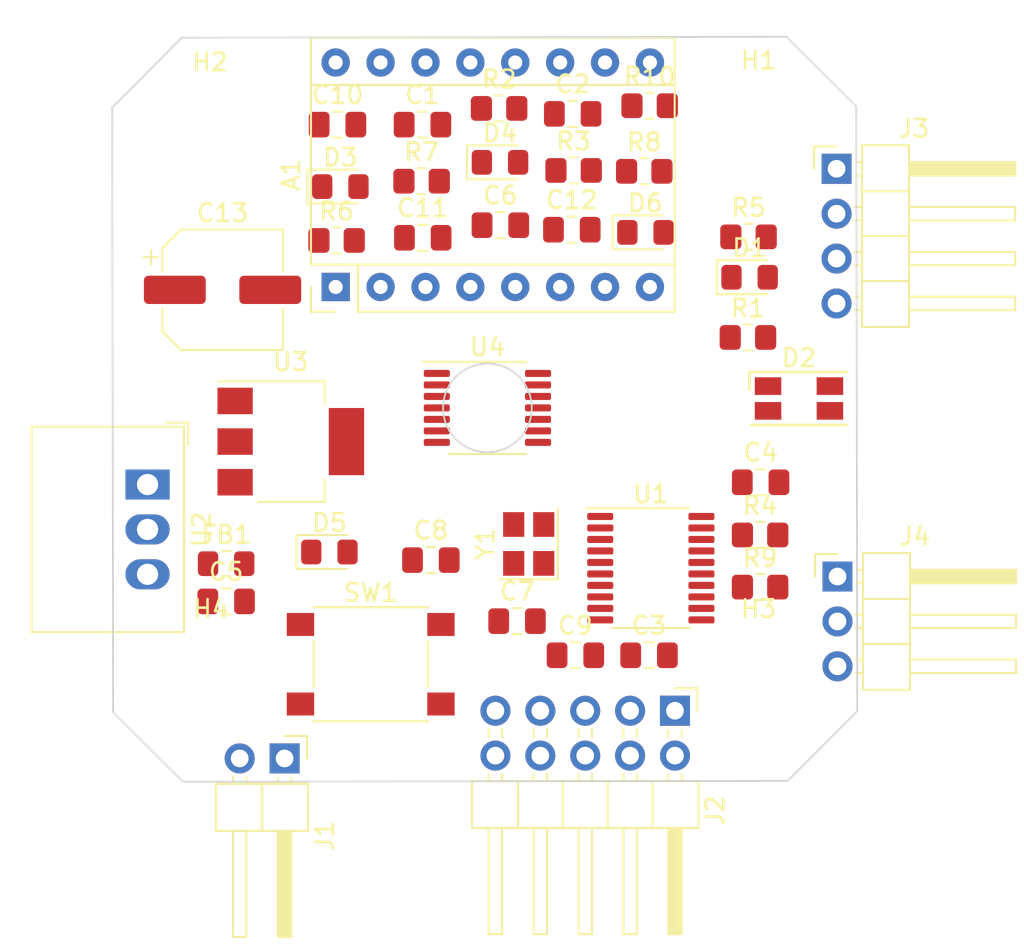
<source format=kicad_pcb>
(kicad_pcb (version 20211014) (generator pcbnew)
  (layers (0 "F.Cu" signal) (31 "B.Cu" signal) (34 "B.Paste" user) (35 "F.Paste" user) (36 "B.SilkS" user "B.Silkscreen") (37 "F.SilkS" user "F.Silkscreen") (38 "B.Mask" user) (39 "F.Mask" user) (44 "Edge.Cuts" user))
  (net 0 "")
  (net 1 "GND")
  (net 2 "Motor Enable")
  (net 3 "Driver Fault")
  (net 4 "+3V3")
  (net 5 "Net-(A1-Pad3)")
  (net 6 "Net-(A1-Pad4)")
  (net 7 "Net-(A1-Pad5)")
  (net 8 "Driver Reset")
  (net 9 "Net-(A1-Pad6)")
  (net 10 "Motor Step")
  (net 11 "Net-(A1-Pad8)")
  (net 12 "Motor Direction")
  (net 13 "Net-(U4-Pad12)")
  (net 14 "VCC")
  (net 15 "+5V")
  (net 16 "Net-(D1-Pad2)")
  (net 17 "Net-(D2-Pad1)")
  (net 18 "Net-(D2-Pad2)")
  (net 19 "Net-(D2-Pad3)")
  (net 20 "Net-(D3-Pad2)")
  (net 21 "Net-(D4-Pad2)")
  (net 22 "Net-(D5-Pad2)")
  (net 23 "Net-(D6-Pad2)")
  (net 24 "Net-(J1-Pad2)")
  (net 25 "SWDIO")
  (net 26 "SWCLK")
  (net 27 "RX")
  (net 28 "TX")
  (net 29 "Net-(U4-Pad4)")
  (net 30 "Net-(U4-Pad2)")
  (net 31 "Net-(U4-Pad1)")
  (net 32 "Control LED")
  (net 33 "Signal Red")
  (net 34 "Signal Green")
  (net 35 "Signal Blue")
  (net 51 "B")
  (net 52 "A")
  (net 57 "Net-(C5-Pad2)")
  (net 58 "Net-(C6-Pad1)")
  (footprint "Connector_PinHeader_2.54mm:PinHeader_1x04_P2.54mm_Horizontal" (layer "F.Cu") (at 167.1258 87.9956)
    (fp_text reference "J3" (at 4.385 -2.27) (layer "F.SilkS"))
    (fp_text value "Motor Out")
    (fp_line (start 10.1 5.46) (end 4.1 5.46) (layer "F.SilkS") (width 0.12))
    (fp_line (start 10.1 2.92) (end 4.1 2.92) (layer "F.SilkS") (width 0.12))
    (fp_line (start -1.27 0) (end -1.27 -1.27) (layer "F.SilkS") (width 0.12))
    (fp_line (start 1.042929 8) (end 1.44 8) (layer "F.SilkS") (width 0.12))
    (fp_line (start 10.1 4.7) (end 10.1 5.46) (layer "F.SilkS") (width 0.12))
    (fp_line (start 4.1 -0.32) (end 10.1 -0.32) (layer "F.SilkS") (width 0.12))
    (fp_line (start 1.042929 5.46) (end 1.44 5.46) (layer "F.SilkS") (width 0.12))
    (fp_line (start 4.1 -1.33) (end 1.44 -1.33) (layer "F.SilkS") (width 0.12))
    (fp_line (start 1.042929 2.92) (end 1.44 2.92) (layer "F.SilkS") (width 0.12))
    (fp_line (start 10.1 7.24) (end 10.1 8) (layer "F.SilkS") (width 0.12))
    (fp_line (start 10.1 2.16) (end 10.1 2.92) (layer "F.SilkS") (width 0.12))
    (fp_line (start 4.1 0.28) (end 10.1 0.28) (layer "F.SilkS") (width 0.12))
    (fp_line (start 1.44 6.35) (end 4.1 6.35) (layer "F.SilkS") (width 0.12))
    (fp_line (start -1.27 -1.27) (end 0 -1.27) (layer "F.SilkS") (width 0.12))
    (fp_line (start 4.1 4.7) (end 10.1 4.7) (layer "F.SilkS") (width 0.12))
    (fp_line (start 4.1 2.16) (end 10.1 2.16) (layer "F.SilkS") (width 0.12))
    (fp_line (start 1.11 0.38) (end 1.44 0.38) (layer "F.SilkS") (width 0.12))
    (fp_line (start 1.042929 7.24) (end 1.44 7.24) (layer "F.SilkS") (width 0.12))
    (fp_line (start 10.1 -0.38) (end 10.1 0.38) (layer "F.SilkS") (width 0.12))
    (fp_line (start 4.1 -0.38) (end 10.1 -0.38) (layer "F.SilkS") (width 0.12))
    (fp_line (start 10.1 0.38) (end 4.1 0.38) (layer "F.SilkS") (width 0.12))
    (fp_line (start 4.1 0.16) (end 10.1 0.16) (layer "F.SilkS") (width 0.12))
    (fp_line (start 1.042929 4.7) (end 1.44 4.7) (layer "F.SilkS") (width 0.12))
    (fp_line (start 1.042929 2.16) (end 1.44 2.16) (layer "F.SilkS") (width 0.12))
    (fp_line (start 1.44 8.95) (end 4.1 8.95) (layer "F.SilkS") (width 0.12))
    (fp_line (start 1.11 -0.38) (end 1.44 -0.38) (layer "F.SilkS") (width 0.12))
    (fp_line (start 1.44 3.81) (end 4.1 3.81) (layer "F.SilkS") (width 0.12))
    (fp_line (start 10.1 8) (end 4.1 8) (layer "F.SilkS") (width 0.12))
    (fp_line (start 4.1 0.04) (end 10.1 0.04) (layer "F.SilkS") (width 0.12))
    (fp_line (start 4.1 -0.08) (end 10.1 -0.08) (layer "F.SilkS") (width 0.12))
    (fp_line (start 4.1 8.95) (end 4.1 -1.33) (layer "F.SilkS") (width 0.12))
    (fp_line (start 4.1 7.24) (end 10.1 7.24) (layer "F.SilkS") (width 0.12))
    (fp_line (start 4.1 -0.2) (end 10.1 -0.2) (layer "F.SilkS") (width 0.12))
    (fp_line (start 1.44 1.27) (end 4.1 1.27) (layer "F.SilkS") (width 0.12))
    (fp_line (start 1.44 -1.33) (end 1.44 8.95) (layer "F.SilkS") (width 0.12))
    (pad "1" thru_hole rect locked (at 0 0) (size 1.7 1.7) (drill 1) (layers *.Cu *.Mask) (net 9 "Net-(A1-Pad6)"))
    (pad "2" thru_hole oval locked (at 0 2.54) (size 1.7 1.7) (drill 1) (layers *.Cu *.Mask) (net 7 "Net-(A1-Pad5)"))
    (pad "3" thru_hole oval locked (at 0 5.08) (size 1.7 1.7) (drill 1) (layers *.Cu *.Mask) (net 5 "Net-(A1-Pad3)"))
    (pad "4" thru_hole oval locked (at 0 7.62) (size 1.7 1.7) (drill 1) (layers *.Cu *.Mask) (net 6 "Net-(A1-Pad4)"))
  )
  (footprint "Button_Switch_SMD:SW_Push_1P1T_NO_6x6mm_H9.5mm" (layer "F.Cu") (at 140.7668 116.0272)
    (fp_text reference "SW1" (at 0 -4.05) (layer "F.SilkS"))
    (fp_text value "SW_Push")
    (fp_line (start -3.23 3.23) (end -3.23 3.2) (layer "F.SilkS") (width 0.12))
    (fp_line (start -3.23 -3.23) (end 3.23 -3.23) (layer "F.SilkS") (width 0.12))
    (fp_line (start -3.23 -1.3) (end -3.23 1.3) (layer "F.SilkS") (width 0.12))
    (fp_line (start -3.23 3.23) (end 3.23 3.23) (layer "F.SilkS") (width 0.12))
    (fp_line (start 3.23 -3.23) (end 3.23 -3.2) (layer "F.SilkS") (width 0.12))
    (fp_line (start 3.23 -1.3) (end 3.23 1.3) (layer "F.SilkS") (width 0.12))
    (fp_line (start 3.23 3.23) (end 3.23 3.2) (layer "F.SilkS") (width 0.12))
    (fp_line (start -3.23 -3.2) (end -3.23 -3.23) (layer "F.SilkS") (width 0.12))
    (pad "1" smd rect locked (at -3.975 -2.25) (size 1.55 1.3) (layers "F.Cu" "F.Paste" "F.Mask") (net 1 "GND"))
    (pad "1" smd rect locked (at 3.975 -2.25) (size 1.55 1.3) (layers "F.Cu" "F.Paste" "F.Mask") (net 1 "GND"))
    (pad "2" smd rect locked (at -3.975 2.25) (size 1.55 1.3) (layers "F.Cu" "F.Paste" "F.Mask") (net 8 "Driver Reset"))
    (pad "2" smd rect locked (at 3.975 2.25) (size 1.55 1.3) (layers "F.Cu" "F.Paste" "F.Mask") (net 8 "Driver Reset"))
  )
  (footprint "Capacitor_SMD:C_0805_2012Metric_Pad1.18x1.45mm_HandSolder" (layer "F.Cu") (at 138.8872 85.4964)
    (fp_text reference "C10" (at 0 -1.68) (layer "F.SilkS"))
    (fp_text value "0.1uF")
    (fp_line (start -0.261252 0.735) (end 0.261252 0.735) (layer "F.SilkS") (width 0.12))
    (fp_line (start -0.261252 -0.735) (end 0.261252 -0.735) (layer "F.SilkS") (width 0.12))
    (pad "1" smd roundrect locked (at -1.0375 0) (size 1.175 1.45) (layers "F.Cu" "F.Paste" "F.Mask") (roundrect_rratio 0.212766) (net 15 "+5V"))
    (pad "2" smd roundrect locked (at 1.0375 0) (size 1.175 1.45) (layers "F.Cu" "F.Paste" "F.Mask") (roundrect_rratio 0.212766) (net 1 "GND"))
  )
  (footprint "LED_SMD:LED_0805_2012Metric_Pad1.15x1.40mm_HandSolder" (layer "F.Cu") (at 139.0486 89.0016)
    (fp_text reference "D3" (at 0 -1.65) (layer "F.SilkS"))
    (fp_text value "LED_Small")
    (fp_line (start -1.86 -0.96) (end -1.86 0.96) (layer "F.SilkS") (width 0.12))
    (fp_line (start 1 -0.96) (end -1.86 -0.96) (layer "F.SilkS") (width 0.12))
    (fp_line (start -1.86 0.96) (end 1 0.96) (layer "F.SilkS") (width 0.12))
    (pad "1" smd roundrect locked (at -1.025 0) (size 1.15 1.4) (layers "F.Cu" "F.Paste" "F.Mask") (roundrect_rratio 0.217391) (net 1 "GND"))
    (pad "2" smd roundrect locked (at 1.025 0) (size 1.15 1.4) (layers "F.Cu" "F.Paste" "F.Mask") (roundrect_rratio 0.217391) (net 20 "Net-(D3-Pad2)"))
  )
  (footprint "Capacitor_SMD:C_0805_2012Metric_Pad1.18x1.45mm_HandSolder" (layer "F.Cu") (at 162.828 105.732)
    (fp_text reference "C4" (at 0 -1.68) (layer "F.SilkS"))
    (fp_text value "0.1uF")
    (fp_line (start -0.261252 -0.735) (end 0.261252 -0.735) (layer "F.SilkS") (width 0.12))
    (fp_line (start -0.261252 0.735) (end 0.261252 0.735) (layer "F.SilkS") (width 0.12))
    (pad "1" smd roundrect locked (at -1.0375 0) (size 1.175 1.45) (layers "F.Cu" "F.Paste" "F.Mask") (roundrect_rratio 0.212766) (net 8 "Driver Reset"))
    (pad "2" smd roundrect locked (at 1.0375 0) (size 1.175 1.45) (layers "F.Cu" "F.Paste" "F.Mask") (roundrect_rratio 0.212766) (net 1 "GND"))
  )
  (footprint "MountingHole:MountingHole_3.2mm_M3" (layer "F.Cu") (at 131.7244 117.094)
    (fp_text reference "H4" (at 0 -4.2) (layer "F.SilkS"))
    (fp_text value "MountingHole")
    (pad "" np_thru_hole circle locked (at 0 0) (size 3.2 3.2) (drill 3.2) (layers *.Cu *.Mask))
  )
  (footprint "Connector_PinHeader_2.54mm:PinHeader_2x05_P2.54mm_Horizontal" (layer "F.Cu") (at 157.983 118.6576 -90)
    (fp_text reference "J2" (at 5.655 -2.27 90) (layer "F.SilkS"))
    (fp_text value "ARM-JTAG/SWD_10")
    (fp_line (start 12.64 10.54) (end 6.64 10.54) (layer "F.SilkS") (width 0.12))
    (fp_line (start 3.582929 2.16) (end 3.98 2.16) (layer "F.SilkS") (width 0.12))
    (fp_line (start 1.11 -0.38) (end 1.497071 -0.38) (layer "F.SilkS") (width 0.12))
    (fp_line (start 6.64 -1.33) (end 3.98 -1.33) (layer "F.SilkS") (width 0.12))
    (fp_line (start 6.64 -0.38) (end 12.64 -0.38) (layer "F.SilkS") (width 0.12))
    (fp_line (start 1.042929 2.16) (end 1.497071 2.16) (layer "F.SilkS") (width 0.12))
    (fp_line (start 6.64 11.49) (end 6.64 -1.33) (layer "F.SilkS") (width 0.12))
    (fp_line (start 12.64 -0.38) (end 12.64 0.38) (layer "F.SilkS") (width 0.12))
    (fp_line (start 1.042929 7.24) (end 1.497071 7.24) (layer "F.SilkS") (width 0.12))
    (fp_line (start 3.582929 8) (end 3.98 8) (layer "F.SilkS") (width 0.12))
    (fp_line (start 3.582929 9.78) (end 3.98 9.78) (layer "F.SilkS") (width 0.12))
    (fp_line (start 3.582929 -0.38) (end 3.98 -0.38) (layer "F.SilkS") (width 0.12))
    (fp_line (start 1.042929 9.78) (end 1.497071 9.78) (layer "F.SilkS") (width 0.12))
    (fp_line (start 12.64 8) (end 6.64 8) (layer "F.SilkS") (width 0.12))
    (fp_line (start 6.64 2.16) (end 12.64 2.16) (layer "F.SilkS") (width 0.12))
    (fp_line (start 6.64 -0.08) (end 12.64 -0.08) (layer "F.SilkS") (width 0.12))
    (fp_line (start 3.582929 0.38) (end 3.98 0.38) (layer "F.SilkS") (width 0.12))
    (fp_line (start -1.27 0) (end -1.27 -1.27) (layer "F.SilkS") (width 0.12))
    (fp_line (start 12.64 0.38) (end 6.64 0.38) (layer "F.SilkS") (width 0.12))
    (fp_line (start 6.64 0.28) (end 12.64 0.28) (layer "F.SilkS") (width 0.12))
    (fp_line (start 1.042929 4.7) (end 1.497071 4.7) (layer "F.SilkS") (width 0.12))
    (fp_line (start 6.64 7.24) (end 12.64 7.24) (layer "F.SilkS") (width 0.12))
    (fp_line (start 3.98 6.35) (end 6.64 6.35) (layer "F.SilkS") (width 0.12))
    (fp_line (start 1.042929 8) (end 1.497071 8) (layer "F.SilkS") (width 0.12))
    (fp_line (start 1.11 0.38) (end 1.497071 0.38) (layer "F.SilkS") (width 0.12))
    (fp_line (start 3.582929 4.7) (end 3.98 4.7) (layer "F.SilkS") (width 0.12))
    (fp_line (start 12.64 2.16) (end 12.64 2.92) (layer "F.SilkS") (width 0.12))
    (fp_line (start 3.98 11.49) (end 6.64 11.49) (layer "F.SilkS") (width 0.12))
    (fp_line (start 12.64 2.92) (end 6.64 2.92) (layer "F.SilkS") (width 0.12))
    (fp_line (start 6.64 0.04) (end 12.64 0.04) (layer "F.SilkS") (width 0.12))
    (fp_line (start 12.64 5.46) (end 6.64 5.46) (layer "F.SilkS") (width 0.12))
    (fp_line (start 3.98 8.89) (end 6.64 8.89) (layer "F.SilkS") (width 0.12))
    (fp_line (start 12.64 7.24) (end 12.64 8) (layer "F.SilkS") (width 0.12))
    (fp_line (start 12.64 9.78) (end 12.64 10.54) (layer "F.SilkS") (width 0.12))
    (fp_line (start 12.64 4.7) (end 12.64 5.46) (layer "F.SilkS") (width 0.12))
    (fp_line (start 3.582929 2.92) (end 3.98 2.92) (layer "F.SilkS") (width 0.12))
    (fp_line (start 1.042929 10.54) (end 1.497071 10.54) (layer "F.SilkS") (width 0.12))
    (fp_line (start 6.64 0.16) (end 12.64 0.16) (layer "F.SilkS") (width 0.12))
    (fp_line (start 6.64 9.78) (end 12.64 9.78) (layer "F.SilkS") (width 0.12))
    (fp_line (start 3.98 1.27) (end 6.64 1.27) (layer "F.SilkS") (width 0.12))
    (fp_line (start 6.64 -0.32) (end 12.64 -0.32) (layer "F.SilkS") (width 0.12))
    (fp_line (start 1.042929 5.46) (end 1.497071 5.46) (layer "F.SilkS") (width 0.12))
    (fp_line (start 6.64 4.7) (end 12.64 4.7) (layer "F.SilkS") (width 0.12))
    (fp_line (start 3.582929 5.46) (end 3.98 5.46) (layer "F.SilkS") (width 0.12))
    (fp_line (start 3.582929 10.54) (end 3.98 10.54) (layer "F.SilkS") (width 0.12))
    (fp_line (start 3.98 3.81) (end 6.64 3.81) (layer "F.SilkS") (width 0.12))
    (fp_line (start 3.582929 7.24) (end 3.98 7.24) (layer "F.SilkS") (width 0.12))
    (fp_line (start 3.98 -1.33) (end 3.98 11.49) (layer "F.SilkS") (width 0.12))
    (fp_line (start -1.27 -1.27) (end 0 -1.27) (layer "F.SilkS") (width 0.12))
    (fp_line (start 1.042929 2.92) (end 1.497071 2.92) (layer "F.SilkS") (width 0.12))
    (fp_line (start 6.64 -0.2) (end 12.64 -0.2) (layer "F.SilkS") (width 0.12))
    (pad "1" thru_hole rect locked (at 0 0 270) (size 1.7 1.7) (drill 1) (layers *.Cu *.Mask) (net 4 "+3V3"))
    (pad "2" thru_hole oval locked (at 2.54 0 270) (size 1.7 1.7) (drill 1) (layers *.Cu *.Mask) (net 25 "SWDIO"))
    (pad "3" thru_hole oval locked (at 0 2.54 270) (size 1.7 1.7) (drill 1) (layers *.Cu *.Mask) (net 1 "GND"))
    (pad "4" thru_hole oval locked (at 2.54 2.54 270) (size 1.7 1.7) (drill 1) (layers *.Cu *.Mask) (net 26 "SWCLK"))
    (pad "5" thru_hole oval locked (at 0 5.08 270) (size 1.7 1.7) (drill 1) (layers *.Cu *.Mask) (net 1 "GND"))
    (pad "6" thru_hole oval locked (at 2.54 5.08 270) (size 1.7 1.7) (drill 1) (layers *.Cu *.Mask))
    (pad "7" thru_hole oval locked (at 0 7.62 270) (size 1.7 1.7) (drill 1) (layers *.Cu *.Mask))
    (pad "8" thru_hole oval locked (at 2.54 7.62 270) (size 1.7 1.7) (drill 1) (layers *.Cu *.Mask))
    (pad "9" thru_hole oval locked (at 0 10.16 270) (size 1.7 1.7) (drill 1) (layers *.Cu *.Mask) (net 1 "GND"))
    (pad "10" thru_hole oval locked (at 2.54 10.16 270) (size 1.7 1.7) (drill 1) (layers *.Cu *.Mask))
  )
  (footprint "Resistor_SMD:R_0805_2012Metric_Pad1.20x1.40mm_HandSolder" (layer "F.Cu") (at 152.2476 88.0872)
    (fp_text reference "R3" (at 0 -1.65) (layer "F.SilkS"))
    (fp_text value "10K")
    (fp_line (start -0.227064 0.735) (end 0.227064 0.735) (layer "F.SilkS") (width 0.12))
    (fp_line (start -0.227064 -0.735) (end 0.227064 -0.735) (layer "F.SilkS") (width 0.12))
    (pad "1" smd roundrect locked (at -1 0) (size 1.2 1.4) (layers "F.Cu" "F.Paste" "F.Mask") (roundrect_rratio 0.208333) (net 15 "+5V"))
    (pad "2" smd roundrect locked (at 1 0) (size 1.2 1.4) (layers "F.Cu" "F.Paste" "F.Mask") (roundrect_rratio 0.208333) (net 31 "Net-(U4-Pad1)"))
  )
  (footprint "Capacitor_SMD:C_0805_2012Metric_Pad1.18x1.45mm_HandSolder" (layer "F.Cu") (at 143.6972 85.4964)
    (fp_text reference "C1" (at 0 -1.68) (layer "F.SilkS"))
    (fp_text value "0.1uF")
    (fp_line (start -0.261252 -0.735) (end 0.261252 -0.735) (layer "F.SilkS") (width 0.12))
    (fp_line (start -0.261252 0.735) (end 0.261252 0.735) (layer "F.SilkS") (width 0.12))
    (pad "1" smd roundrect locked (at -1.0375 0) (size 1.175 1.45) (layers "F.Cu" "F.Paste" "F.Mask") (roundrect_rratio 0.212766) (net 4 "+3V3"))
    (pad "2" smd roundrect locked (at 1.0375 0) (size 1.175 1.45) (layers "F.Cu" "F.Paste" "F.Mask") (roundrect_rratio 0.212766) (net 1 "GND"))
  )
  (footprint "Resistor_SMD:R_0805_2012Metric_Pad1.20x1.40mm_HandSolder" (layer "F.Cu") (at 162.798 108.712)
    (fp_text reference "R4" (at 0 -1.65) (layer "F.SilkS"))
    (fp_text value "100")
    (fp_line (start -0.227064 0.735) (end 0.227064 0.735) (layer "F.SilkS") (width 0.12))
    (fp_line (start -0.227064 -0.735) (end 0.227064 -0.735) (layer "F.SilkS") (width 0.12))
    (pad "1" smd roundrect locked (at -1 0) (size 1.2 1.4) (layers "F.Cu" "F.Paste" "F.Mask") (roundrect_rratio 0.208333) (net 20 "Net-(D3-Pad2)"))
    (pad "2" smd roundrect locked (at 1 0) (size 1.2 1.4) (layers "F.Cu" "F.Paste" "F.Mask") (roundrect_rratio 0.208333) (net 15 "+5V"))
  )
  (footprint "Module:Pololu_Breakout-16_15.2x20.3mm" (layer "F.Cu") (at 138.7856 94.6812 90)
    (fp_text reference "A1" (at 6.35 -2.54 90) (layer "F.SilkS"))
    (fp_text value "Pololu_Breakout_DRV8825")
    (fp_line (start 14.1 -1.4) (end 1.27 -1.4) (layer "F.SilkS") (width 0.12))
    (fp_line (start 14.1 19.18) (end 14.1 -1.4) (layer "F.SilkS") (width 0.12))
    (fp_line (start -1.4 -1.4) (end -1.4 0) (layer "F.SilkS") (width 0.12))
    (fp_line (start 1.27 1.27) (end -1.4 1.27) (layer "F.SilkS") (width 0.12))
    (fp_line (start 0 -1.4) (end -1.4 -1.4) (layer "F.SilkS") (width 0.12))
    (fp_line (start -1.4 19.18) (end 14.1 19.18) (layer "F.SilkS") (width 0.12))
    (fp_line (start 1.27 -1.4) (end 1.27 1.27) (layer "F.SilkS") (width 0.12))
    (fp_line (start 1.27 1.27) (end 1.27 19.18) (layer "F.SilkS") (width 0.12))
    (fp_line (start 11.43 -1.4) (end 11.43 19.18) (layer "F.SilkS") (width 0.12))
    (fp_line (start -1.4 1.27) (end -1.4 19.18) (layer "F.SilkS") (width 0.12))
    (pad "1" thru_hole rect locked (at 0 0 90) (size 1.6 1.6) (drill 0.8) (layers *.Cu *.Mask) (net 1 "GND"))
    (pad "2" thru_hole oval locked (at 0 2.54 90) (size 1.6 1.6) (drill 0.8) (layers *.Cu *.Mask) (net 3 "Driver Fault"))
    (pad "3" thru_hole oval locked (at 0 5.08 90) (size 1.6 1.6) (drill 0.8) (layers *.Cu *.Mask) (net 5 "Net-(A1-Pad3)"))
    (pad "4" thru_hole oval locked (at 0 7.62 90) (size 1.6 1.6) (drill 0.8) (layers *.Cu *.Mask) (net 6 "Net-(A1-Pad4)"))
    (pad "5" thru_hole oval locked (at 0 10.16 90) (size 1.6 1.6) (drill 0.8) (layers *.Cu *.Mask) (net 7 "Net-(A1-Pad5)"))
    (pad "6" thru_hole oval locked (at 0 12.7 90) (size 1.6 1.6) (drill 0.8) (layers *.Cu *.Mask) (net 9 "Net-(A1-Pad6)"))
    (pad "7" thru_hole oval locked (at 0 15.24 90) (size 1.6 1.6) (drill 0.8) (layers *.Cu *.Mask) (net 1 "GND"))
    (pad "8" thru_hole oval locked (at 0 17.78 90) (size 1.6 1.6) (drill 0.8) (layers *.Cu *.Mask) (net 11 "Net-(A1-Pad8)"))
    (pad "9" thru_hole oval locked (at 12.7 17.78 90) (size 1.6 1.6) (drill 0.8) (layers *.Cu *.Mask) (net 2 "Motor Enable"))
    (pad "10" thru_hole oval locked (at 12.7 15.24 90) (size 1.6 1.6) (drill 0.8) (layers *.Cu *.Mask) (net 4 "+3V3"))
    (pad "11" thru_hole oval locked (at 12.7 12.7 90) (size 1.6 1.6) (drill 0.8) (layers *.Cu *.Mask) (net 4 "+3V3"))
    (pad "12" thru_hole oval locked (at 12.7 10.16 90) (size 1.6 1.6) (drill 0.8) (layers *.Cu *.Mask) (net 1 "GND"))
    (pad "13" thru_hole oval locked (at 12.7 7.62 90) (size 1.6 1.6) (drill 0.8) (layers *.Cu *.Mask) (net 8 "Driver Reset"))
    (pad "14" thru_hole oval locked (at 12.7 5.08 90) (size 1.6 1.6) (drill 0.8) (layers *.Cu *.Mask) (net 4 "+3V3"))
    (pad "15" thru_hole oval locked (at 12.7 2.54 90) (size 1.6 1.6) (drill 0.8) (layers *.Cu *.Mask) (net 10 "Motor Step"))
    (pad "16" thru_hole oval locked (at 12.7 0 90) (size 1.6 1.6) (drill 0.8) (layers *.Cu *.Mask) (net 12 "Motor Direction"))
  )
  (footprint "Connector_PinHeader_2.54mm:PinHeader_1x03_P2.54mm_Horizontal" (layer "F.Cu") (at 167.1766 111.0638)
    (fp_text reference "J4" (at 4.385 -2.27) (layer "F.SilkS"))
    (fp_text value "Serial Out")
    (fp_line (start 10.1 0.38) (end 4.1 0.38) (layer "F.SilkS") (width 0.12))
    (fp_line (start 1.11 0.38) (end 1.44 0.38) (layer "F.SilkS") (width 0.12))
    (fp_line (start -1.27 0) (end -1.27 -1.27) (layer "F.SilkS") (width 0.12))
    (fp_line (start 4.1 -0.08) (end 10.1 -0.08) (layer "F.SilkS") (width 0.12))
    (fp_line (start 4.1 0.04) (end 10.1 0.04) (layer "F.SilkS") (width 0.12))
    (fp_line (start 1.44 3.81) (end 4.1 3.81) (layer "F.SilkS") (width 0.12))
    (fp_line (start 4.1 -0.32) (end 10.1 -0.32) (layer "F.SilkS") (width 0.12))
    (fp_line (start 1.042929 4.7) (end 1.44 4.7) (layer "F.SilkS") (width 0.12))
    (fp_line (start 1.11 -0.38) (end 1.44 -0.38) (layer "F.SilkS") (width 0.12))
    (fp_line (start 10.1 2.92) (end 4.1 2.92) (layer "F.SilkS") (width 0.12))
    (fp_line (start 4.1 -0.2) (end 10.1 -0.2) (layer "F.SilkS") (width 0.12))
    (fp_line (start 4.1 -0.38) (end 10.1 -0.38) (layer "F.SilkS") (width 0.12))
    (fp_line (start 10.1 2.16) (end 10.1 2.92) (layer "F.SilkS") (width 0.12))
    (fp_line (start 1.042929 5.46) (end 1.44 5.46) (layer "F.SilkS") (width 0.12))
    (fp_line (start 1.44 -1.33) (end 1.44 6.41) (layer "F.SilkS") (width 0.12))
    (fp_line (start 4.1 -1.33) (end 1.44 -1.33) (layer "F.SilkS") (width 0.12))
    (fp_line (start -1.27 -1.27) (end 0 -1.27) (layer "F.SilkS") (width 0.12))
    (fp_line (start 4.1 0.16) (end 10.1 0.16) (layer "F.SilkS") (width 0.12))
    (fp_line (start 10.1 4.7) (end 10.1 5.46) (layer "F.SilkS") (width 0.12))
    (fp_line (start 1.042929 2.92) (end 1.44 2.92) (layer "F.SilkS") (width 0.12))
    (fp_line (start 4.1 0.28) (end 10.1 0.28) (layer "F.SilkS") (width 0.12))
    (fp_line (start 10.1 5.46) (end 4.1 5.46) (layer "F.SilkS") (width 0.12))
    (fp_line (start 1.042929 2.16) (end 1.44 2.16) (layer "F.SilkS") (width 0.12))
    (fp_line (start 4.1 2.16) (end 10.1 2.16) (layer "F.SilkS") (width 0.12))
    (fp_line (start 4.1 4.7) (end 10.1 4.7) (layer "F.SilkS") (width 0.12))
    (fp_line (start 1.44 6.41) (end 4.1 6.41) (layer "F.SilkS") (width 0.12))
    (fp_line (start 4.1 6.41) (end 4.1 -1.33) (layer "F.SilkS") (width 0.12))
    (fp_line (start 1.44 1.27) (end 4.1 1.27) (layer "F.SilkS") (width 0.12))
    (fp_line (start 10.1 -0.38) (end 10.1 0.38) (layer "F.SilkS") (width 0.12))
    (pad "1" thru_hole rect locked (at 0 0) (size 1.7 1.7) (drill 1) (layers *.Cu *.Mask) (net 27 "RX"))
    (pad "2" thru_hole oval locked (at 0 2.54) (size 1.7 1.7) (drill 1) (layers *.Cu *.Mask) (net 28 "TX"))
    (pad "3" thru_hole oval locked (at 0 5.08) (size 1.7 1.7) (drill 1) (layers *.Cu *.Mask) (net 1 "GND"))
  )
  (footprint "MountingHole:MountingHole_3.2mm_M3" (layer "F.Cu") (at 162.7124 117.094)
    (fp_text reference "H3" (at 0 -4.2) (layer "F.SilkS"))
    (fp_text value "MountingHole")
    (pad "" np_thru_hole circle locked (at 0 0) (size 3.2 3.2) (drill 3.2) (layers *.Cu *.Mask))
  )
  (footprint "Capacitor_SMD:C_0805_2012Metric_Pad1.18x1.45mm_HandSolder" (layer "F.Cu") (at 149.0472 113.5888)
    (fp_text reference "C7" (at 0 -1.68) (layer "F.SilkS"))
    (fp_text value "1uF")
    (fp_line (start -0.261252 0.735) (end 0.261252 0.735) (layer "F.SilkS") (width 0.12))
    (fp_line (start -0.261252 -0.735) (end 0.261252 -0.735) (layer "F.SilkS") (width 0.12))
    (pad "1" smd roundrect locked (at -1.0375 0) (size 1.175 1.45) (layers "F.Cu" "F.Paste" "F.Mask") (roundrect_rratio 0.212766) (net 13 "Net-(U4-Pad12)"))
    (pad "2" smd roundrect locked (at 1.0375 0) (size 1.175 1.45) (layers "F.Cu" "F.Paste" "F.Mask") (roundrect_rratio 0.212766) (net 1 "GND"))
  )
  (footprint "Resistor_SMD:R_0805_2012Metric_Pad1.20x1.40mm_HandSolder" (layer "F.Cu") (at 162.798 111.662)
    (fp_text reference "R9" (at 0 -1.65) (layer "F.SilkS"))
    (fp_text value "470")
    (fp_line (start -0.227064 0.735) (end 0.227064 0.735) (layer "F.SilkS") (width 0.12))
    (fp_line (start -0.227064 -0.735) (end 0.227064 -0.735) (layer "F.SilkS") (width 0.12))
    (pad "1" smd roundrect locked (at -1 0) (size 1.2 1.4) (layers "F.Cu" "F.Paste" "F.Mask") (roundrect_rratio 0.208333) (net 18 "Net-(D2-Pad2)"))
    (pad "2" smd roundrect locked (at 1 0) (size 1.2 1.4) (layers "F.Cu" "F.Paste" "F.Mask") (roundrect_rratio 0.208333) (net 34 "Signal Green"))
  )
  (footprint "Resistor_SMD:R_0805_2012Metric_Pad1.20x1.40mm_HandSolder" (layer "F.Cu") (at 143.6464 88.6968)
    (fp_text reference "R7" (at 0 -1.65) (layer "F.SilkS"))
    (fp_text value "470")
    (fp_line (start -0.227064 0.735) (end 0.227064 0.735) (layer "F.SilkS") (width 0.12))
    (fp_line (start -0.227064 -0.735) (end 0.227064 -0.735) (layer "F.SilkS") (width 0.12))
    (pad "1" smd roundrect locked (at -1 0) (size 1.2 1.4) (layers "F.Cu" "F.Paste" "F.Mask") (roundrect_rratio 0.208333) (net 23 "Net-(D6-Pad2)"))
    (pad "2" smd roundrect locked (at 1 0) (size 1.2 1.4) (layers "F.Cu" "F.Paste" "F.Mask") (roundrect_rratio 0.208333) (net 32 "Control LED"))
  )
  (footprint "Package_SO:TSSOP-14_4.4x5mm_P0.65mm" (layer "F.Cu") (at 147.3708 101.5238)
    (fp_text reference "U4" (at 0 -3.45) (layer "F.SilkS"))
    (fp_text value "AS5047D")
    (fp_line (start 0 -2.61) (end 2.2 -2.61) (layer "F.SilkS") (width 0.12))
    (fp_line (start 0 -2.61) (end -3.6 -2.61) (layer "F.SilkS") (width 0.12))
    (fp_line (start 0 2.61) (end -2.2 2.61) (layer "F.SilkS") (width 0.12))
    (fp_line (start 0 2.61) (end 2.2 2.61) (layer "F.SilkS") (width 0.12))
    (pad "1" smd roundrect locked (at -2.8625 -1.95) (size 1.475 0.4) (layers "F.Cu" "F.Paste" "F.Mask") (net 31 "Net-(U4-Pad1)"))
    (pad "2" smd roundrect locked (at -2.8625 -1.3) (size 1.475 0.4) (layers "F.Cu" "F.Paste" "F.Mask") (net 30 "Net-(U4-Pad2)"))
    (pad "3" smd roundrect locked (at -2.8625 -0.65) (size 1.475 0.4) (layers "F.Cu" "F.Paste" "F.Mask"))
    (pad "4" smd roundrect locked (at -2.8625 0) (size 1.475 0.4) (layers "F.Cu" "F.Paste" "F.Mask") (net 29 "Net-(U4-Pad4)"))
    (pad "5" smd roundrect locked (at -2.8625 0.65) (size 1.475 0.4) (layers "F.Cu" "F.Paste" "F.Mask") (net 1 "GND"))
    (pad "6" smd roundrect locked (at -2.8625 1.3) (size 1.475 0.4) (layers "F.Cu" "F.Paste" "F.Mask") (net 51 "B"))
    (pad "7" smd roundrect locked (at -2.8625 1.95) (size 1.475 0.4) (layers "F.Cu" "F.Paste" "F.Mask") (net 52 "A"))
    (pad "8" smd roundrect locked (at 2.8625 1.95) (size 1.475 0.4) (layers "F.Cu" "F.Paste" "F.Mask"))
    (pad "9" smd roundrect locked (at 2.8625 1.3) (size 1.475 0.4) (layers "F.Cu" "F.Paste" "F.Mask"))
    (pad "10" smd roundrect locked (at 2.8625 0.65) (size 1.475 0.4) (layers "F.Cu" "F.Paste" "F.Mask"))
    (pad "11" smd roundrect locked (at 2.8625 0) (size 1.475 0.4) (layers "F.Cu" "F.Paste" "F.Mask") (net 15 "+5V"))
    (pad "12" smd roundrect locked (at 2.8625 -0.65) (size 1.475 0.4) (layers "F.Cu" "F.Paste" "F.Mask") (net 13 "Net-(U4-Pad12)"))
    (pad "13" smd roundrect locked (at 2.8625 -1.3) (size 1.475 0.4) (layers "F.Cu" "F.Paste" "F.Mask") (net 1 "GND"))
    (pad "14" smd roundrect locked (at 2.8625 -1.95) (size 1.475 0.4) (layers "F.Cu" "F.Paste" "F.Mask"))
  )
  (footprint "Package_TO_SOT_SMD:SOT-223-3_TabPin2" (layer "F.Cu") (at 136.2456 103.4288)
    (fp_text reference "U3" (at 0 -4.5) (layer "F.SilkS"))
    (fp_text value "AMS1117-3.3")
    (fp_line (start -1.85 3.41) (end 1.91 3.41) (layer "F.SilkS") (width 0.12))
    (fp_line (start -4.1 -3.41) (end 1.91 -3.41) (layer "F.SilkS") (width 0.12))
    (fp_line (start 1.91 -3.41) (end 1.91 -2.15) (layer "F.SilkS") (width 0.12))
    (fp_line (start 1.91 3.41) (end 1.91 2.15) (layer "F.SilkS") (width 0.12))
    (pad "1" smd rect locked (at -3.15 -2.3) (size 2 1.5) (layers "F.Cu" "F.Paste" "F.Mask") (net 1 "GND"))
    (pad "2" smd rect locked (at -3.15 0) (size 2 1.5) (layers "F.Cu" "F.Paste" "F.Mask") (net 4 "+3V3"))
    (pad "2" smd rect locked (at 3.15 0) (size 2 3.8) (layers "F.Cu" "F.Paste" "F.Mask") (net 4 "+3V3"))
    (pad "3" smd rect locked (at -3.15 2.3) (size 2 1.5) (layers "F.Cu" "F.Paste" "F.Mask") (net 15 "+5V"))
  )
  (footprint "MountingHole:MountingHole_3.2mm_M3" (layer "F.Cu") (at 162.7124 86.0552)
    (fp_text reference "H1" (at 0 -4.2) (layer "F.SilkS"))
    (fp_text value "MountingHole")
    (pad "" np_thru_hole circle locked (at 0 0) (size 3.2 3.2) (drill 3.2) (layers *.Cu *.Mask))
  )
  (footprint "Package_SO:TSSOP-20_4.4x6.5mm_P0.65mm" (layer "F.Cu") (at 156.6164 110.5916)
    (fp_text reference "U1" (at 0 -4.2) (layer "F.SilkS"))
    (fp_text value "STM32L011F4Px")
    (fp_line (start 0 3.385) (end 2.2 3.385) (layer "F.SilkS") (width 0.12))
    (fp_line (start 0 3.385) (end -2.2 3.385) (layer "F.SilkS") (width 0.12))
    (fp_line (start 0 -3.385) (end 2.2 -3.385) (layer "F.SilkS") (width 0.12))
    (fp_line (start 0 -3.385) (end -3.6 -3.385) (layer "F.SilkS") (width 0.12))
    (pad "1" smd roundrect locked (at -2.8625 -2.925) (size 1.475 0.4) (layers "F.Cu" "F.Paste" "F.Mask"))
    (pad "2" smd roundrect locked (at -2.8625 -2.275) (size 1.475 0.4) (layers "F.Cu" "F.Paste" "F.Mask") (net 57 "Net-(C5-Pad2)"))
    (pad "3" smd roundrect locked (at -2.8625 -1.625) (size 1.475 0.4) (layers "F.Cu" "F.Paste" "F.Mask") (net 58 "Net-(C6-Pad1)"))
    (pad "4" smd roundrect locked (at -2.8625 -0.975) (size 1.475 0.4) (layers "F.Cu" "F.Paste" "F.Mask") (net 8 "Driver Reset"))
    (pad "5" smd roundrect locked (at -2.8625 -0.325) (size 1.475 0.4) (layers "F.Cu" "F.Paste" "F.Mask") (net 4 "+3V3"))
    (pad "6" smd roundrect locked (at -2.8625 0.325) (size 1.475 0.4) (layers "F.Cu" "F.Paste" "F.Mask"))
    (pad "7" smd roundrect locked (at -2.8625 0.975) (size 1.475 0.4) (layers "F.Cu" "F.Paste" "F.Mask"))
    (pad "8" smd roundrect locked (at -2.8625 1.625) (size 1.475 0.4) (layers "F.Cu" "F.Paste" "F.Mask"))
    (pad "9" smd roundrect locked (at -2.8625 2.275) (size 1.475 0.4) (layers "F.Cu" "F.Paste" "F.Mask"))
    (pad "10" smd roundrect locked (at -2.8625 2.925) (size 1.475 0.4) (layers "F.Cu" "F.Paste" "F.Mask"))
    (pad "11" smd roundrect locked (at 2.8625 2.925) (size 1.475 0.4) (layers "F.Cu" "F.Paste" "F.Mask"))
    (pad "12" smd roundrect locked (at 2.8625 2.275) (size 1.475 0.4) (layers "F.Cu" "F.Paste" "F.Mask"))
    (pad "13" smd roundrect locked (at 2.8625 1.625) (size 1.475 0.4) (layers "F.Cu" "F.Paste" "F.Mask"))
    (pad "14" smd roundrect locked (at 2.8625 0.975) (size 1.475 0.4) (layers "F.Cu" "F.Paste" "F.Mask"))
    (pad "15" smd roundrect locked (at 2.8625 0.325) (size 1.475 0.4) (layers "F.Cu" "F.Paste" "F.Mask") (net 1 "GND"))
    (pad "16" smd roundrect locked (at 2.8625 -0.325) (size 1.475 0.4) (layers "F.Cu" "F.Paste" "F.Mask") (net 4 "+3V3"))
    (pad "17" smd roundrect locked (at 2.8625 -0.975) (size 1.475 0.4) (layers "F.Cu" "F.Paste" "F.Mask"))
    (pad "18" smd roundrect locked (at 2.8625 -1.625) (size 1.475 0.4) (layers "F.Cu" "F.Paste" "F.Mask"))
    (pad "19" smd roundrect locked (at 2.8625 -2.275) (size 1.475 0.4) (layers "F.Cu" "F.Paste" "F.Mask"))
    (pad "20" smd roundrect locked (at 2.8625 -2.925) (size 1.475 0.4) (layers "F.Cu" "F.Paste" "F.Mask"))
  )
  (footprint "Resistor_SMD:R_0805_2012Metric_Pad1.20x1.40mm_HandSolder" (layer "F.Cu") (at 138.8364 92.0496)
    (fp_text reference "R6" (at 0 -1.65) (layer "F.SilkS"))
    (fp_text value "470")
    (fp_line (start -0.227064 0.735) (end 0.227064 0.735) (layer "F.SilkS") (width 0.12))
    (fp_line (start -0.227064 -0.735) (end 0.227064 -0.735) (layer "F.SilkS") (width 0.12))
    (pad "1" smd roundrect locked (at -1 0) (size 1.2 1.4) (layers "F.Cu" "F.Paste" "F.Mask") (roundrect_rratio 0.208333) (net 22 "Net-(D5-Pad2)"))
    (pad "2" smd roundrect locked (at 1 0) (size 1.2 1.4) (layers "F.Cu" "F.Paste" "F.Mask") (roundrect_rratio 0.208333) (net 28 "TX"))
  )
  (footprint "Capacitor_SMD:C_0805_2012Metric_Pad1.18x1.45mm_HandSolder" (layer "F.Cu") (at 143.7132 91.8972)
    (fp_text reference "C11" (at 0 -1.68) (layer "F.SilkS"))
    (fp_text value "10uF")
    (fp_line (start -0.261252 -0.735) (end 0.261252 -0.735) (layer "F.SilkS") (width 0.12))
    (fp_line (start -0.261252 0.735) (end 0.261252 0.735) (layer "F.SilkS") (width 0.12))
    (pad "1" smd roundrect locked (at -1.0375 0) (size 1.175 1.45) (layers "F.Cu" "F.Paste" "F.Mask") (roundrect_rratio 0.212766) (net 15 "+5V"))
    (pad "2" smd roundrect locked (at 1.0375 0) (size 1.175 1.45) (layers "F.Cu" "F.Paste" "F.Mask") (roundrect_rratio 0.212766) (net 1 "GND"))
  )
  (footprint "Crystal:Crystal_SMD_Abracon_ABM8G-4Pin_3.2x2.5mm" (layer "F.Cu") (at 149.7076 109.22 90)
    (fp_text reference "Y1" (at 0 -2.45 90) (layer "F.SilkS"))
    (fp_text value "16MHz")
    (fp_line (start -2 -1.65) (end -2 1.65) (layer "F.SilkS") (width 0.12))
    (fp_line (start -2 1.65) (end 2 1.65) (layer "F.SilkS") (width 0.12))
    (pad "1" smd rect locked (at -1.1 0.85 90) (size 1.4 1.2) (layers "F.Cu" "F.Paste" "F.Mask") (net 58 "Net-(C6-Pad1)"))
    (pad "2" smd rect locked (at 1.1 0.85 90) (size 1.4 1.2) (layers "F.Cu" "F.Paste" "F.Mask") (net 1 "GND"))
    (pad "3" smd rect locked (at 1.1 -0.85 90) (size 1.4 1.2) (layers "F.Cu" "F.Paste" "F.Mask") (net 57 "Net-(C5-Pad2)"))
    (pad "4" smd rect locked (at -1.1 -0.85 90) (size 1.4 1.2) (layers "F.Cu" "F.Paste" "F.Mask") (net 1 "GND"))
  )
  (footprint "LED_SMD:LED_0805_2012Metric_Pad1.15x1.40mm_HandSolder" (layer "F.Cu") (at 148.082 87.63)
    (fp_text reference "D4" (at 0 -1.65) (layer "F.SilkS"))
    (fp_text value "LED_Small")
    (fp_line (start 1 -0.96) (end -1.86 -0.96) (layer "F.SilkS") (width 0.12))
    (fp_line (start -1.86 -0.96) (end -1.86 0.96) (layer "F.SilkS") (width 0.12))
    (fp_line (start -1.86 0.96) (end 1 0.96) (layer "F.SilkS") (width 0.12))
    (pad "1" smd roundrect locked (at -1.025 0) (size 1.15 1.4) (layers "F.Cu" "F.Paste" "F.Mask") (roundrect_rratio 0.217391) (net 1 "GND"))
    (pad "2" smd roundrect locked (at 1.025 0) (size 1.15 1.4) (layers "F.Cu" "F.Paste" "F.Mask") (roundrect_rratio 0.217391) (net 21 "Net-(D4-Pad2)"))
  )
  (footprint "Capacitor_SMD:C_0805_2012Metric_Pad1.18x1.45mm_HandSolder" (layer "F.Cu") (at 152.146 91.44)
    (fp_text reference "C12" (at 0 -1.68) (layer "F.SilkS"))
    (fp_text value "1uF")
    (fp_line (start -0.261252 -0.735) (end 0.261252 -0.735) (layer "F.SilkS") (width 0.12))
    (fp_line (start -0.261252 0.735) (end 0.261252 0.735) (layer "F.SilkS") (width 0.12))
    (pad "1" smd roundrect locked (at -1.0375 0) (size 1.175 1.45) (layers "F.Cu" "F.Paste" "F.Mask") (roundrect_rratio 0.212766) (net 4 "+3V3"))
    (pad "2" smd roundrect locked (at 1.0375 0) (size 1.175 1.45) (layers "F.Cu" "F.Paste" "F.Mask") (roundrect_rratio 0.212766) (net 1 "GND"))
  )
  (footprint "MountingHole:MountingHole_3.2mm_M3" (layer "F.Cu") (at 131.6736 86.1568)
    (fp_text reference "H2" (at 0 -4.2) (layer "F.SilkS"))
    (fp_text value "MountingHole")
    (pad "" np_thru_hole circle locked (at 0 0) (size 3.2 3.2) (drill 3.2) (layers *.Cu *.Mask))
  )
  (footprint "Inductor_SMD:L_0805_2012Metric_Pad1.15x1.40mm_HandSolder" (layer "F.Cu") (at 132.588 110.3376)
    (fp_text reference "FB1" (at 0 -1.65) (layer "F.SilkS"))
    (fp_text value "FerriteBead_Small")
    (fp_line (start -0.261252 0.71) (end 0.261252 0.71) (layer "F.SilkS") (width 0.12))
    (fp_line (start -0.261252 -0.71) (end 0.261252 -0.71) (layer "F.SilkS") (width 0.12))
    (pad "1" smd roundrect locked (at -1.025 0) (size 1.15 1.4) (layers "F.Cu" "F.Paste" "F.Mask") (roundrect_rratio 0.217391) (net 24 "Net-(J1-Pad2)"))
    (pad "2" smd roundrect locked (at 1.025 0) (size 1.15 1.4) (layers "F.Cu" "F.Paste" "F.Mask") (roundrect_rratio 0.217391) (net 16 "Net-(D1-Pad2)"))
  )
  (footprint "LED_SMD:LED_0805_2012Metric_Pad1.15x1.40mm_HandSolder" (layer "F.Cu") (at 156.3116 91.5924)
    (fp_text reference "D6" (at 0 -1.65) (layer "F.SilkS"))
    (fp_text value "LED_Small")
    (fp_line (start -1.86 -0.96) (end -1.86 0.96) (layer "F.SilkS") (width 0.12))
    (fp_line (start -1.86 0.96) (end 1 0.96) (layer "F.SilkS") (width 0.12))
    (fp_line (start 1 -0.96) (end -1.86 -0.96) (layer "F.SilkS") (width 0.12))
    (pad "1" smd roundrect locked (at -1.025 0) (size 1.15 1.4) (layers "F.Cu" "F.Paste" "F.Mask") (roundrect_rratio 0.217391) (net 1 "GND"))
    (pad "2" smd roundrect locked (at 1.025 0) (size 1.15 1.4) (layers "F.Cu" "F.Paste" "F.Mask") (roundrect_rratio 0.217391) (net 23 "Net-(D6-Pad2)"))
  )
  (footprint "Capacitor_SMD:CP_Elec_6.3x3" (layer "F.Cu") (at 132.3848 94.8436)
    (fp_text reference "C13" (at 0 -4.35) (layer "F.SilkS"))
    (fp_text value "100uF")
    (fp_line (start -3.41 -2.345563) (end -3.41 -1.06) (layer "F.SilkS") (width 0.12))
    (fp_line (start 3.41 -3.41) (end 3.41 -1.06) (layer "F.SilkS") (width 0.12))
    (fp_line (start -3.41 2.345563) (end -2.345563 3.41) (layer "F.SilkS") (width 0.12))
    (fp_line (start -2.345563 -3.41) (end 3.41 -3.41) (layer "F.SilkS") (width 0.12))
    (fp_line (start -4.4375 -1.8475) (end -3.65 -1.8475) (layer "F.SilkS") (width 0.12))
    (fp_line (start -3.41 -2.345563) (end -2.345563 -3.41) (layer "F.SilkS") (width 0.12))
    (fp_line (start -3.41 2.345563) (end -3.41 1.06) (layer "F.SilkS") (width 0.12))
    (fp_line (start 3.41 3.41) (end 3.41 1.06) (layer "F.SilkS") (width 0.12))
    (fp_line (start -2.345563 3.41) (end 3.41 3.41) (layer "F.SilkS") (width 0.12))
    (fp_line (start -4.04375 -2.24125) (end -4.04375 -1.45375) (layer "F.SilkS") (width 0.12))
    (pad "1" smd roundrect locked (at -2.7 0) (size 3.5 1.6) (layers "F.Cu" "F.Paste" "F.Mask") (roundrect_rratio 0.15625) (net 14 "VCC"))
    (pad "2" smd roundrect locked (at 2.7 0) (size 3.5 1.6) (layers "F.Cu" "F.Paste" "F.Mask") (roundrect_rratio 0.15625) (net 11 "Net-(A1-Pad8)"))
  )
  (footprint "Capacitor_SMD:C_0805_2012Metric_Pad1.18x1.45mm_HandSolder" (layer "F.Cu") (at 152.1968 84.8868)
    (fp_text reference "C2" (at 0 -1.68) (layer "F.SilkS"))
    (fp_text value "10uF")
    (fp_line (start -0.261252 0.735) (end 0.261252 0.735) (layer "F.SilkS") (width 0.12))
    (fp_line (start -0.261252 -0.735) (end 0.261252 -0.735) (layer "F.SilkS") (width 0.12))
    (pad "1" smd roundrect locked (at -1.0375 0) (size 1.175 1.45) (layers "F.Cu" "F.Paste" "F.Mask") (roundrect_rratio 0.212766) (net 4 "+3V3"))
    (pad "2" smd roundrect locked (at 1.0375 0) (size 1.175 1.45) (layers "F.Cu" "F.Paste" "F.Mask") (roundrect_rratio 0.212766) (net 1 "GND"))
  )
  (footprint "Converter_DCDC:Converter_DCDC_RECOM_R-78B-2.0_THT" (layer "F.Cu") (at 128.1407 105.8589 -90)
    (fp_text reference "U2" (at 2.54 -3.06 90) (layer "F.SilkS"))
    (fp_text value "R-78B5.0-2.0")
    (fp_line (start -3.51 -2.3) (end -2.27 -2.3) (layer "F.SilkS") (width 0.12))
    (fp_line (start -3.27 -2.06) (end 8.35 -2.06) (layer "F.SilkS") (width 0.12))
    (fp_line (start -3.27 6.56) (end 8.35 6.56) (layer "F.SilkS") (width 0.12))
    (fp_line (start -3.51 -1.06) (end -3.51 -2.3) (layer "F.SilkS") (width 0.12))
    (fp_line (start -3.27 -2.06) (end -3.27 6.56) (layer "F.SilkS") (width 0.12))
    (fp_line (start 8.35 -2.06) (end 8.35 6.56) (layer "F.SilkS") (width 0.12))
    (pad "1" thru_hole rect locked (at 0 0 270) (size 1.7 2.5) (drill 1.2) (layers *.Cu *.Mask) (net 14 "VCC"))
    (pad "2" thru_hole oval locked (at 2.54 0 270) (size 1.7 2.5) (drill 1.2) (layers *.Cu *.Mask) (net 1 "GND"))
    (pad "3" thru_hole oval locked (at 5.08 0 270) (size 1.7 2.5) (drill 1.2) (layers *.Cu *.Mask) (net 15 "+5V"))
  )
  (footprint "Capacitor_SMD:C_0805_2012Metric_Pad1.18x1.45mm_HandSolder" (layer "F.Cu") (at 132.588 112.4712)
    (fp_text reference "C5" (at 0 -1.68) (layer "F.SilkS"))
    (fp_text value "20pF")
    (fp_line (start -0.261252 0.735) (end 0.261252 0.735) (layer "F.SilkS") (width 0.12))
    (fp_line (start -0.261252 -0.735) (end 0.261252 -0.735) (layer "F.SilkS") (width 0.12))
    (pad "1" smd roundrect locked (at -1.0375 0) (size 1.175 1.45) (layers "F.Cu" "F.Paste" "F.Mask") (roundrect_rratio 0.212766) (net 1 "GND"))
    (pad "2" smd roundrect locked (at 1.0375 0) (size 1.175 1.45) (layers "F.Cu" "F.Paste" "F.Mask") (roundrect_rratio 0.212766) (net 57 "Net-(C5-Pad2)"))
  )
  (footprint "Resistor_SMD:R_0805_2012Metric_Pad1.20x1.40mm_HandSolder" (layer "F.Cu") (at 162.1446 91.8464)
    (fp_text reference "R5" (at 0 -1.65) (layer "F.SilkS"))
    (fp_text value "470")
    (fp_line (start -0.227064 -0.735) (end 0.227064 -0.735) (layer "F.SilkS") (width 0.12))
    (fp_line (start -0.227064 0.735) (end 0.227064 0.735) (layer "F.SilkS") (width 0.12))
    (pad "1" smd roundrect locked (at -1 0) (size 1.2 1.4) (layers "F.Cu" "F.Paste" "F.Mask") (roundrect_rratio 0.208333) (net 21 "Net-(D4-Pad2)"))
    (pad "2" smd roundrect locked (at 1 0) (size 1.2 1.4) (layers "F.Cu" "F.Paste" "F.Mask") (roundrect_rratio 0.208333) (net 27 "RX"))
  )
  (footprint "LED_SMD:LED_RGB_1210" (layer "F.Cu") (at 164.9984 100.9904)
    (fp_text reference "D2" (at 0 -2.3) (layer "F.SilkS"))
    (fp_text value "LED_RGBK")
    (fp_line (start 2.7 -1.5) (end -2.8 -1.5) (layer "F.SilkS") (width 0.15))
    (fp_line (start 2.7 1.5) (end -2.7 1.5) (layer "F.SilkS") (width 0.15))
    (fp_line (start -2.8 -0.5) (end -2.8 -1.5) (layer "F.SilkS") (width 0.15))
    (pad "1" smd rect locked (at -1.75 -0.7 180) (size 1.5 1) (layers "F.Cu" "F.Paste" "F.Mask") (net 17 "Net-(D2-Pad1)"))
    (pad "2" smd rect locked (at -1.75 0.7 180) (size 1.5 1) (layers "F.Cu" "F.Paste" "F.Mask") (net 18 "Net-(D2-Pad2)"))
    (pad "3" smd rect locked (at 1.75 0.7 180) (size 1.5 1) (layers "F.Cu" "F.Paste" "F.Mask") (net 19 "Net-(D2-Pad3)"))
    (pad "4" smd rect locked (at 1.75 -0.7 180) (size 1.5 1) (layers "F.Cu" "F.Paste" "F.Mask") (net 1 "GND"))
  )
  (footprint "Diode_SMD:D_0805_2012Metric_Pad1.15x1.40mm_HandSolder" (layer "F.Cu") (at 162.2044 94.1324)
    (fp_text reference "D1" (at 0 -1.65) (layer "F.SilkS"))
    (fp_text value "D_Small")
    (fp_line (start -1.86 -0.96) (end -1.86 0.96) (layer "F.SilkS") (width 0.12))
    (fp_line (start 1 -0.96) (end -1.86 -0.96) (layer "F.SilkS") (width 0.12))
    (fp_line (start -1.86 0.96) (end 1 0.96) (layer "F.SilkS") (width 0.12))
    (pad "1" smd roundrect locked (at -1.025 0) (size 1.15 1.4) (layers "F.Cu" "F.Paste" "F.Mask") (roundrect_rratio 0.217391) (net 14 "VCC"))
    (pad "2" smd roundrect locked (at 1.025 0) (size 1.15 1.4) (layers "F.Cu" "F.Paste" "F.Mask") (roundrect_rratio 0.217391) (net 16 "Net-(D1-Pad2)"))
  )
  (footprint "Capacitor_SMD:C_0805_2012Metric_Pad1.18x1.45mm_HandSolder" (layer "F.Cu") (at 148.1035 91.186)
    (fp_text reference "C6" (at 0 -1.68) (layer "F.SilkS"))
    (fp_text value "20pF")
    (fp_line (start -0.261252 0.735) (end 0.261252 0.735) (layer "F.SilkS") (width 0.12))
    (fp_line (start -0.261252 -0.735) (end 0.261252 -0.735) (layer "F.SilkS") (width 0.12))
    (pad "1" smd roundrect locked (at -1.0375 0) (size 1.175 1.45) (layers "F.Cu" "F.Paste" "F.Mask") (roundrect_rratio 0.212766) (net 58 "Net-(C6-Pad1)"))
    (pad "2" smd roundrect locked (at 1.0375 0) (size 1.175 1.45) (layers "F.Cu" "F.Paste" "F.Mask") (roundrect_rratio 0.212766) (net 1 "GND"))
  )
  (footprint "Resistor_SMD:R_0805_2012Metric_Pad1.20x1.40mm_HandSolder" (layer "F.Cu") (at 156.2448 88.138)
    (fp_text reference "R8" (at 0 -1.65) (layer "F.SilkS"))
    (fp_text value "470")
    (fp_line (start -0.227064 -0.735) (end 0.227064 -0.735) (layer "F.SilkS") (width 0.12))
    (fp_line (start -0.227064 0.735) (end 0.227064 0.735) (layer "F.SilkS") (width 0.12))
    (pad "1" smd roundrect locked (at -1 0) (size 1.2 1.4) (layers "F.Cu" "F.Paste" "F.Mask") (roundrect_rratio 0.208333) (net 17 "Net-(D2-Pad1)"))
    (pad "2" smd roundrect locked (at 1 0) (size 1.2 1.4) (layers "F.Cu" "F.Paste" "F.Mask") (roundrect_rratio 0.208333) (net 33 "Signal Red"))
  )
  (footprint "Capacitor_SMD:C_0805_2012Metric_Pad1.18x1.45mm_HandSolder" (layer "F.Cu") (at 152.3492 115.5192)
    (fp_text reference "C9" (at 0 -1.68) (layer "F.SilkS"))
    (fp_text value "1uF")
    (fp_line (start -0.261252 0.735) (end 0.261252 0.735) (layer "F.SilkS") (width 0.12))
    (fp_line (start -0.261252 -0.735) (end 0.261252 -0.735) (layer "F.SilkS") (width 0.12))
    (pad "1" smd roundrect locked (at -1.0375 0) (size 1.175 1.45) (layers "F.Cu" "F.Paste" "F.Mask") (roundrect_rratio 0.212766) (net 15 "+5V"))
    (pad "2" smd roundrect locked (at 1.0375 0) (size 1.175 1.45) (layers "F.Cu" "F.Paste" "F.Mask") (roundrect_rratio 0.212766) (net 1 "GND"))
  )
  (footprint "Resistor_SMD:R_0805_2012Metric_Pad1.20x1.40mm_HandSolder" (layer "F.Cu") (at 162.1098 97.536)
    (fp_text reference "R1" (at 0 -1.65) (layer "F.SilkS"))
    (fp_text value "10K")
    (fp_line (start -0.227064 0.735) (end 0.227064 0.735) (layer "F.SilkS") (width 0.12))
    (fp_line (start -0.227064 -0.735) (end 0.227064 -0.735) (layer "F.SilkS") (width 0.12))
    (pad "1" smd roundrect locked (at -1 0) (size 1.2 1.4) (layers "F.Cu" "F.Paste" "F.Mask") (roundrect_rratio 0.208333) (net 1 "GND"))
    (pad "2" smd roundrect locked (at 1 0) (size 1.2 1.4) (layers "F.Cu" "F.Paste" "F.Mask") (roundrect_rratio 0.208333) (net 29 "Net-(U4-Pad4)"))
  )
  (footprint "Capacitor_SMD:C_0805_2012Metric_Pad1.18x1.45mm_HandSolder" (layer "F.Cu") (at 156.5148 115.5192)
    (fp_text reference "C3" (at 0 -1.68) (layer "F.SilkS"))
    (fp_text value "1uF")
    (fp_line (start -0.261252 -0.735) (end 0.261252 -0.735) (layer "F.SilkS") (width 0.12))
    (fp_line (start -0.261252 0.735) (end 0.261252 0.735) (layer "F.SilkS") (width 0.12))
    (pad "1" smd roundrect locked (at -1.0375 0) (size 1.175 1.45) (layers "F.Cu" "F.Paste" "F.Mask") (roundrect_rratio 0.212766) (net 1 "GND"))
    (pad "2" smd roundrect locked (at 1.0375 0) (size 1.175 1.45) (layers "F.Cu" "F.Paste" "F.Mask") (roundrect_rratio 0.212766) (net 4 "+3V3"))
  )
  (footprint "Resistor_SMD:R_0805_2012Metric_Pad1.20x1.40mm_HandSolder" (layer "F.Cu") (at 156.5496 84.426)
    (fp_text reference "R10" (at 0 -1.65) (layer "F.SilkS"))
    (fp_text value "470")
    (fp_line (start -0.227064 -0.735) (end 0.227064 -0.735) (layer "F.SilkS") (width 0.12))
    (fp_line (start -0.227064 0.735) (end 0.227064 0.735) (layer "F.SilkS") (width 0.12))
    (pad "1" smd roundrect locked (at -1 0) (size 1.2 1.4) (layers "F.Cu" "F.Paste" "F.Mask") (roundrect_rratio 0.208333) (net 19 "Net-(D2-Pad3)"))
    (pad "2" smd roundrect locked (at 1 0) (size 1.2 1.4) (layers "F.Cu" "F.Paste" "F.Mask") (roundrect_rratio 0.208333) (net 35 "Signal Blue"))
  )
  (footprint "Capacitor_SMD:C_0805_2012Metric_Pad1.18x1.45mm_HandSolder" (layer "F.Cu") (at 144.1704 110.1344)
    (fp_text reference "C8" (at 0 -1.68) (layer "F.SilkS"))
    (fp_text value "10uF")
    (fp_line (start -0.261252 -0.735) (end 0.261252 -0.735) (layer "F.SilkS") (width 0.12))
    (fp_line (start -0.261252 0.735) (end 0.261252 0.735) (layer "F.SilkS") (width 0.12))
    (pad "1" smd roundrect locked (at -1.0375 0) (size 1.175 1.45) (layers "F.Cu" "F.Paste" "F.Mask") (roundrect_rratio 0.212766) (net 14 "VCC"))
    (pad "2" smd roundrect locked (at 1.0375 0) (size 1.175 1.45) (layers "F.Cu" "F.Paste" "F.Mask") (roundrect_rratio 0.212766) (net 1 "GND"))
  )
  (footprint "Connector_PinHeader_2.54mm:PinHeader_1x02_P2.54mm_Horizontal" (layer "F.Cu") (at 135.895 121.355 -90)
    (fp_text reference "J1" (at 4.385 -2.27 90) (layer "F.SilkS"))
    (fp_text value "Power In")
    (fp_line (start -1.27 -1.27) (end 0 -1.27) (layer "F.SilkS") (width 0.12))
    (fp_line (start 4.1 -0.2) (end 10.1 -0.2) (layer "F.SilkS") (width 0.12))
    (fp_line (start 1.11 -0.38) (end 1.44 -0.38) (layer "F.SilkS") (width 0.12))
    (fp_line (start 10.1 -0.38) (end 10.1 0.38) (layer "F.SilkS") (width 0.12))
    (fp_line (start 4.1 -1.33) (end 1.44 -1.33) (layer "F.SilkS") (width 0.12))
    (fp_line (start 4.1 0.16) (end 10.1 0.16) (layer "F.SilkS") (width 0.12))
    (fp_line (start 4.1 -0.08) (end 10.1 -0.08) (layer "F.SilkS") (width 0.12))
    (fp_line (start -1.27 0) (end -1.27 -1.27) (layer "F.SilkS") (width 0.12))
    (fp_line (start 4.1 0.04) (end 10.1 0.04) (layer "F.SilkS") (width 0.12))
    (fp_line (start 4.1 3.87) (end 4.1 -1.33) (layer "F.SilkS") (width 0.12))
    (fp_line (start 4.1 -0.38) (end 10.1 -0.38) (layer "F.SilkS") (width 0.12))
    (fp_line (start 1.44 -1.33) (end 1.44 3.87) (layer "F.SilkS") (width 0.12))
    (fp_line (start 1.042929 2.16) (end 1.44 2.16) (layer "F.SilkS") (width 0.12))
    (fp_line (start 4.1 2.16) (end 10.1 2.16) (layer "F.SilkS") (width 0.12))
    (fp_line (start 1.11 0.38) (end 1.44 0.38) (layer "F.SilkS") (width 0.12))
    (fp_line (start 4.1 0.28) (end 10.1 0.28) (layer "F.SilkS") (width 0.12))
    (fp_line (start 10.1 2.16) (end 10.1 2.92) (layer "F.SilkS") (width 0.12))
    (fp_line (start 1.042929 2.92) (end 1.44 2.92) (layer "F.SilkS") (width 0.12))
    (fp_line (start 10.1 2.92) (end 4.1 2.92) (layer "F.SilkS") (width 0.12))
    (fp_line (start 4.1 -0.32) (end 10.1 -0.32) (layer "F.SilkS") (width 0.12))
    (fp_line (start 10.1 0.38) (end 4.1 0.38) (layer "F.SilkS") (width 0.12))
    (fp_line (start 1.44 3.87) (end 4.1 3.87) (layer "F.SilkS") (width 0.12))
    (fp_line (start 1.44 1.27) (end 4.1 1.27) (layer "F.SilkS") (width 0.12))
    (pad "1" thru_hole rect locked (at 0 0 270) (size 1.7 1.7) (drill 1) (layers *.Cu *.Mask) (net 1 "GND"))
    (pad "2" thru_hole oval locked (at 0 2.54 270) (size 1.7 1.7) (drill 1) (layers *.Cu *.Mask) (net 24 "Net-(J1-Pad2)"))
  )
  (footprint "LED_SMD:LED_0805_2012Metric_Pad1.15x1.40mm_HandSolder" (layer "F.Cu") (at 138.43 109.6772)
    (fp_text reference "D5" (at 0 -1.65) (layer "F.SilkS"))
    (fp_text value "LED_Small")
    (fp_line (start -1.86 0.96) (end 1 0.96) (layer "F.SilkS") (width 0.12))
    (fp_line (start -1.86 -0.96) (end -1.86 0.96) (layer "F.SilkS") (width 0.12))
    (fp_line (start 1 -0.96) (end -1.86 -0.96) (layer "F.SilkS") (width 0.12))
    (pad "1" smd roundrect locked (at -1.025 0) (size 1.15 1.4) (layers "F.Cu" "F.Paste" "F.Mask") (roundrect_rratio 0.217391) (net 1 "GND"))
    (pad "2" smd roundrect locked (at 1.025 0) (size 1.15 1.4) (layers "F.Cu" "F.Paste" "F.Mask") (roundrect_rratio 0.217391) (net 22 "Net-(D5-Pad2)"))
  )
  (footprint "Resistor_SMD:R_0805_2012Metric_Pad1.20x1.40mm_HandSolder" (layer "F.Cu") (at 148.0312 84.5784)
    (fp_text reference "R2" (at 0 -1.65) (layer "F.SilkS"))
    (fp_text value "10K")
    (fp_line (start -0.227064 0.735) (end 0.227064 0.735) (layer "F.SilkS") (width 0.12))
    (fp_line (start -0.227064 -0.735) (end 0.227064 -0.735) (layer "F.SilkS") (width 0.12))
    (pad "1" smd roundrect locked (at -1 0) (size 1.2 1.4) (layers "F.Cu" "F.Paste" "F.Mask") (roundrect_rratio 0.208333) (net 1 "GND"))
    (pad "2" smd roundrect locked (at 1 0) (size 1.2 1.4) (layers "F.Cu" "F.Paste" "F.Mask") (roundrect_rratio 0.208333) (net 30 "Net-(U4-Pad2)"))
  )
  (gr_line (start 164.296231 80.525047) (end 168.243402 84.46071) (layer "Edge.Cuts") (width 0.1))
  (gr_line (start 126.193398 118.73929) (end 126.143447 84.52217) (layer "Edge.Cuts") (width 0.1))
  (gr_line (start 130.140569 122.674954) (end 126.193398 118.73929) (layer "Edge.Cuts") (width 0.1))
  (gr_line (start 164.35769 122.625002) (end 130.140569 122.674954) (layer "Edge.Cuts") (width 0.1))
  (gr_line (start 168.243402 84.46071) (end 168.293353 118.677831) (layer "Edge.Cuts") (width 0.1))
  (gr_line (start 130.07911 80.574999) (end 164.296231 80.525047) (layer "Edge.Cuts") (width 0.1))
  (gr_line (start 168.293353 118.677831) (end 164.35769 122.625002) (layer "Edge.Cuts") (width 0.1))
  (gr_circle (center 147.3708 101.5238) (end 149.5044 102.8446) (layer "Edge.Cuts") (width 0.1) (fill none))
  (gr_line (start 126.143447 84.52217) (end 130.07911 80.574999) (layer "Edge.Cuts") (width 0.1))
)
</source>
